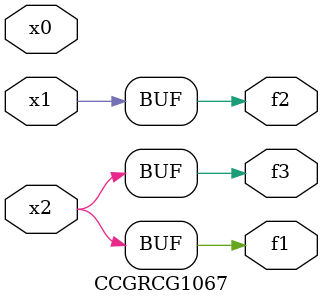
<source format=v>
module CCGRCG1067(
	input x0, x1, x2,
	output f1, f2, f3
);
	assign f1 = x2;
	assign f2 = x1;
	assign f3 = x2;
endmodule

</source>
